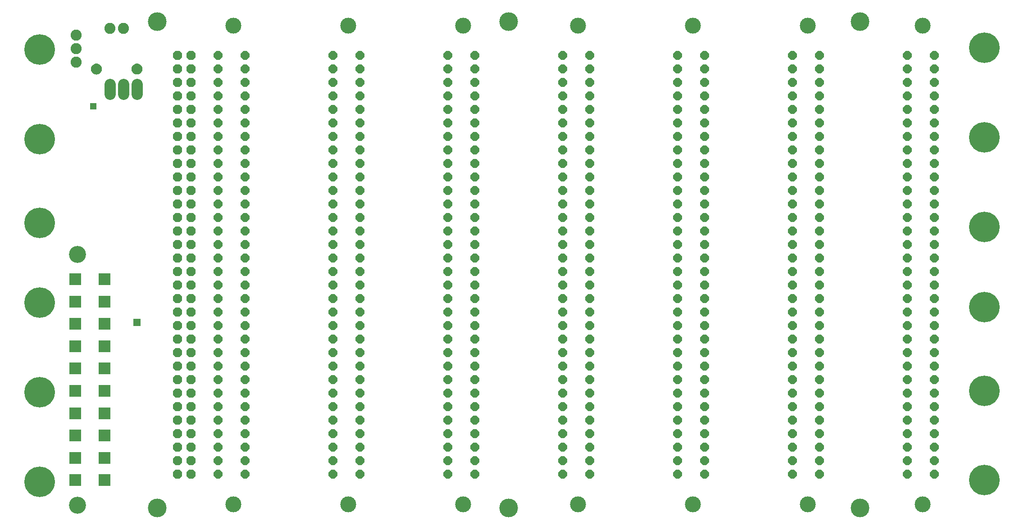
<source format=gbs>
G75*
G70*
%OFA0B0*%
%FSLAX24Y24*%
%IPPOS*%
%LPD*%
%AMOC8*
5,1,8,0,0,1.08239X$1,22.5*
%
%ADD10C,0.2260*%
%ADD11OC8,0.0640*%
%ADD12C,0.1180*%
%ADD13C,0.1380*%
%ADD14OC8,0.0680*%
%ADD15C,0.0820*%
%ADD16C,0.0050*%
%ADD17C,0.0820*%
%ADD18R,0.0907X0.0907*%
%ADD19C,0.1261*%
%ADD20R,0.0555X0.0555*%
%ADD21R,0.0476X0.0476*%
D10*
X001450Y003600D03*
X001450Y010220D03*
X001450Y016860D03*
X001450Y022780D03*
X001450Y028980D03*
X001450Y035600D03*
X071350Y035720D03*
X071350Y029100D03*
X071350Y022460D03*
X071350Y016540D03*
X071350Y010340D03*
X071350Y003720D03*
D11*
X067650Y004160D03*
X065650Y004160D03*
X065650Y005160D03*
X065650Y006160D03*
X067650Y006160D03*
X067650Y005160D03*
X067650Y007160D03*
X067650Y008160D03*
X065650Y008160D03*
X065650Y007160D03*
X065650Y009160D03*
X065650Y010160D03*
X067650Y010160D03*
X067650Y009160D03*
X067650Y011160D03*
X067650Y012160D03*
X065650Y012160D03*
X065650Y011160D03*
X065650Y013160D03*
X067650Y013160D03*
X067650Y014160D03*
X067650Y015160D03*
X065650Y015160D03*
X065650Y014160D03*
X065650Y016160D03*
X065650Y017160D03*
X067650Y017160D03*
X067650Y016160D03*
X067650Y018160D03*
X067650Y019160D03*
X065650Y019160D03*
X065650Y018160D03*
X065650Y020160D03*
X065650Y021160D03*
X067650Y021160D03*
X067650Y020160D03*
X067650Y022160D03*
X067650Y023160D03*
X065650Y023160D03*
X065650Y022160D03*
X065650Y024160D03*
X067650Y024160D03*
X067650Y025160D03*
X067650Y026160D03*
X065650Y026160D03*
X065650Y025160D03*
X065650Y027160D03*
X065650Y028160D03*
X067650Y028160D03*
X067650Y027160D03*
X067650Y029160D03*
X067650Y030160D03*
X065650Y030160D03*
X065650Y029160D03*
X065650Y031160D03*
X065650Y032160D03*
X067650Y032160D03*
X067650Y031160D03*
X067650Y033160D03*
X067650Y034160D03*
X065650Y034160D03*
X065650Y033160D03*
X065650Y035160D03*
X067650Y035160D03*
X059150Y035160D03*
X059150Y034160D03*
X059150Y033160D03*
X059150Y032160D03*
X059150Y031160D03*
X059150Y030160D03*
X059150Y029160D03*
X059150Y028160D03*
X059150Y027160D03*
X059150Y026160D03*
X059150Y025160D03*
X059150Y024160D03*
X059150Y023160D03*
X059150Y022160D03*
X059150Y021160D03*
X059150Y020160D03*
X059150Y019160D03*
X059150Y018160D03*
X059150Y017160D03*
X059150Y016160D03*
X059150Y015160D03*
X059150Y014160D03*
X059150Y013160D03*
X059150Y012160D03*
X059150Y011160D03*
X059150Y010160D03*
X059150Y009160D03*
X059150Y008160D03*
X059150Y007160D03*
X059150Y006160D03*
X059150Y005160D03*
X059150Y004160D03*
X057150Y004160D03*
X057150Y005160D03*
X057150Y006160D03*
X057150Y007160D03*
X057150Y008160D03*
X057150Y009160D03*
X057150Y010160D03*
X057150Y011160D03*
X057150Y012160D03*
X057150Y013160D03*
X057150Y014160D03*
X057150Y015160D03*
X057150Y016160D03*
X057150Y017160D03*
X057150Y018160D03*
X057150Y019160D03*
X057150Y020160D03*
X057150Y021160D03*
X057150Y022160D03*
X057150Y023160D03*
X057150Y024160D03*
X057150Y025160D03*
X057150Y026160D03*
X057150Y027160D03*
X057150Y028160D03*
X057150Y029160D03*
X057150Y030160D03*
X057150Y031160D03*
X057150Y032160D03*
X057150Y033160D03*
X057150Y034160D03*
X057150Y035160D03*
X050650Y035160D03*
X050650Y034160D03*
X050650Y033160D03*
X050650Y032160D03*
X050650Y031160D03*
X050650Y030160D03*
X050650Y029160D03*
X050650Y028160D03*
X050650Y027160D03*
X050650Y026160D03*
X050650Y025160D03*
X050650Y024160D03*
X050650Y023160D03*
X050650Y022160D03*
X050650Y021160D03*
X050650Y020160D03*
X050650Y019160D03*
X050650Y018160D03*
X050650Y017160D03*
X050650Y016160D03*
X050650Y015160D03*
X050650Y014160D03*
X050650Y013160D03*
X050650Y012160D03*
X050650Y011160D03*
X050650Y010160D03*
X050650Y009160D03*
X050650Y008160D03*
X050650Y007160D03*
X050650Y006160D03*
X050650Y005160D03*
X050650Y004160D03*
X048650Y004160D03*
X048650Y005160D03*
X048650Y006160D03*
X048650Y007160D03*
X048650Y008160D03*
X048650Y009160D03*
X048650Y010160D03*
X048650Y011160D03*
X048650Y012160D03*
X048650Y013160D03*
X048650Y014160D03*
X048650Y015160D03*
X048650Y016160D03*
X048650Y017160D03*
X048650Y018160D03*
X048650Y019160D03*
X048650Y020160D03*
X048650Y021160D03*
X048650Y022160D03*
X048650Y023160D03*
X048650Y024160D03*
X048650Y025160D03*
X048650Y026160D03*
X048650Y027160D03*
X048650Y028160D03*
X048650Y029160D03*
X048650Y030160D03*
X048650Y031160D03*
X048650Y032160D03*
X048650Y033160D03*
X048650Y034160D03*
X048650Y035160D03*
X042150Y035160D03*
X040150Y035160D03*
X040150Y034160D03*
X040150Y033160D03*
X042150Y033160D03*
X042150Y034160D03*
X042150Y032160D03*
X042150Y031160D03*
X040150Y031160D03*
X040150Y032160D03*
X040150Y030160D03*
X040150Y029160D03*
X042150Y029160D03*
X042150Y030160D03*
X042150Y028160D03*
X042150Y027160D03*
X040150Y027160D03*
X040150Y028160D03*
X040150Y026160D03*
X040150Y025160D03*
X042150Y025160D03*
X042150Y026160D03*
X042150Y024160D03*
X040150Y024160D03*
X040150Y023160D03*
X040150Y022160D03*
X042150Y022160D03*
X042150Y023160D03*
X042150Y021160D03*
X042150Y020160D03*
X040150Y020160D03*
X040150Y021160D03*
X040150Y019160D03*
X040150Y018160D03*
X042150Y018160D03*
X042150Y019160D03*
X042150Y017160D03*
X042150Y016160D03*
X040150Y016160D03*
X040150Y017160D03*
X040150Y015160D03*
X040150Y014160D03*
X042150Y014160D03*
X042150Y015160D03*
X042150Y013160D03*
X040150Y013160D03*
X040150Y012160D03*
X040150Y011160D03*
X042150Y011160D03*
X042150Y012160D03*
X042150Y010160D03*
X042150Y009160D03*
X040150Y009160D03*
X040150Y010160D03*
X040150Y008160D03*
X040150Y007160D03*
X042150Y007160D03*
X042150Y008160D03*
X042150Y006160D03*
X042150Y005160D03*
X040150Y005160D03*
X040150Y006160D03*
X040150Y004160D03*
X042150Y004160D03*
X033650Y004160D03*
X033650Y005160D03*
X033650Y006160D03*
X033650Y007160D03*
X033650Y008160D03*
X033650Y009160D03*
X033650Y010160D03*
X033650Y011160D03*
X033650Y012160D03*
X033650Y013160D03*
X033650Y014160D03*
X033650Y015160D03*
X033650Y016160D03*
X033650Y017160D03*
X033650Y018160D03*
X033650Y019160D03*
X033650Y020160D03*
X033650Y021160D03*
X033650Y022160D03*
X033650Y023160D03*
X033650Y024160D03*
X033650Y025160D03*
X033650Y026160D03*
X033650Y027160D03*
X033650Y028160D03*
X033650Y029160D03*
X033650Y030160D03*
X033650Y031160D03*
X033650Y032160D03*
X033650Y033160D03*
X033650Y034160D03*
X033650Y035160D03*
X031650Y035160D03*
X031650Y034160D03*
X031650Y033160D03*
X031650Y032160D03*
X031650Y031160D03*
X031650Y030160D03*
X031650Y029160D03*
X031650Y028160D03*
X031650Y027160D03*
X031650Y026160D03*
X031650Y025160D03*
X031650Y024160D03*
X031650Y023160D03*
X031650Y022160D03*
X031650Y021160D03*
X031650Y020160D03*
X031650Y019160D03*
X031650Y018160D03*
X031650Y017160D03*
X031650Y016160D03*
X031650Y015160D03*
X031650Y014160D03*
X031650Y013160D03*
X031650Y012160D03*
X031650Y011160D03*
X031650Y010160D03*
X031650Y009160D03*
X031650Y008160D03*
X031650Y007160D03*
X031650Y006160D03*
X031650Y005160D03*
X031650Y004160D03*
X025150Y004160D03*
X025150Y005160D03*
X025150Y006160D03*
X025150Y007160D03*
X025150Y008160D03*
X025150Y009160D03*
X025150Y010160D03*
X025150Y011160D03*
X025150Y012160D03*
X025150Y013160D03*
X025150Y014160D03*
X025150Y015160D03*
X025150Y016160D03*
X025150Y017160D03*
X025150Y018160D03*
X025150Y019160D03*
X025150Y020160D03*
X025150Y021160D03*
X025150Y022160D03*
X025150Y023160D03*
X025150Y024160D03*
X025150Y025160D03*
X025150Y026160D03*
X025150Y027160D03*
X025150Y028160D03*
X025150Y029160D03*
X025150Y030160D03*
X025150Y031160D03*
X025150Y032160D03*
X025150Y033160D03*
X025150Y034160D03*
X025150Y035160D03*
X023150Y035160D03*
X023150Y034160D03*
X023150Y033160D03*
X023150Y032160D03*
X023150Y031160D03*
X023150Y030160D03*
X023150Y029160D03*
X023150Y028160D03*
X023150Y027160D03*
X023150Y026160D03*
X023150Y025160D03*
X023150Y024160D03*
X023150Y023160D03*
X023150Y022160D03*
X023150Y021160D03*
X023150Y020160D03*
X023150Y019160D03*
X023150Y018160D03*
X023150Y017160D03*
X023150Y016160D03*
X023150Y015160D03*
X023150Y014160D03*
X023150Y013160D03*
X023150Y012160D03*
X023150Y011160D03*
X023150Y010160D03*
X023150Y009160D03*
X023150Y008160D03*
X023150Y007160D03*
X023150Y006160D03*
X023150Y005160D03*
X023150Y004160D03*
X016650Y004160D03*
X014650Y004160D03*
X014650Y005160D03*
X014650Y006160D03*
X016650Y006160D03*
X016650Y005160D03*
X016650Y007160D03*
X016650Y008160D03*
X014650Y008160D03*
X014650Y007160D03*
X014650Y009160D03*
X014650Y010160D03*
X016650Y010160D03*
X016650Y009160D03*
X016650Y011160D03*
X016650Y012160D03*
X014650Y012160D03*
X014650Y011160D03*
X014650Y013160D03*
X016650Y013160D03*
X016650Y014160D03*
X016650Y015160D03*
X014650Y015160D03*
X014650Y014160D03*
X014650Y016160D03*
X014650Y017160D03*
X016650Y017160D03*
X016650Y016160D03*
X016650Y018160D03*
X016650Y019160D03*
X014650Y019160D03*
X014650Y018160D03*
X014650Y020160D03*
X014650Y021160D03*
X016650Y021160D03*
X016650Y020160D03*
X016650Y022160D03*
X016650Y023160D03*
X014650Y023160D03*
X014650Y022160D03*
X014650Y024160D03*
X016650Y024160D03*
X016650Y025160D03*
X016650Y026160D03*
X014650Y026160D03*
X014650Y025160D03*
X014650Y027160D03*
X014650Y028160D03*
X016650Y028160D03*
X016650Y027160D03*
X016650Y029160D03*
X016650Y030160D03*
X014650Y030160D03*
X014650Y029160D03*
X014650Y031160D03*
X014650Y032160D03*
X016650Y032160D03*
X016650Y031160D03*
X016650Y033160D03*
X016650Y034160D03*
X014650Y034160D03*
X014650Y033160D03*
X014650Y035160D03*
X016650Y035160D03*
D12*
X015770Y037380D03*
X024270Y037380D03*
X032770Y037380D03*
X041270Y037380D03*
X049770Y037380D03*
X058270Y037380D03*
X066770Y037380D03*
X066770Y001940D03*
X058270Y001940D03*
X049770Y001940D03*
X041270Y001940D03*
X032770Y001940D03*
X024270Y001940D03*
X015770Y001940D03*
D13*
X010150Y001660D03*
X001450Y003600D03*
X001450Y010220D03*
X001450Y016860D03*
X001450Y022780D03*
X001450Y028980D03*
X001450Y035600D03*
X010150Y037660D03*
X036150Y037660D03*
X062150Y037660D03*
X071350Y035720D03*
X071350Y029100D03*
X071350Y022460D03*
X071350Y016540D03*
X071350Y010340D03*
X071350Y003720D03*
X062150Y001660D03*
X036150Y001660D03*
D14*
X012650Y004160D03*
X011650Y004160D03*
X011650Y005160D03*
X012650Y005160D03*
X012650Y006160D03*
X011650Y006160D03*
X011650Y007160D03*
X012650Y007160D03*
X012650Y008160D03*
X011650Y008160D03*
X011650Y009160D03*
X012650Y009160D03*
X012650Y010160D03*
X011650Y010160D03*
X011650Y011160D03*
X012650Y011160D03*
X012650Y012160D03*
X011650Y012160D03*
X011650Y013160D03*
X012650Y013160D03*
X012650Y014160D03*
X011650Y014160D03*
X011650Y015160D03*
X012650Y015160D03*
X012650Y016160D03*
X011650Y016160D03*
X011650Y017160D03*
X012650Y017160D03*
X012650Y018160D03*
X011650Y018160D03*
X011650Y019160D03*
X012650Y019160D03*
X012650Y020160D03*
X011650Y020160D03*
X011650Y021160D03*
X012650Y021160D03*
X012650Y022160D03*
X011650Y022160D03*
X011650Y023160D03*
X012650Y023160D03*
X012650Y024160D03*
X011650Y024160D03*
X011650Y025160D03*
X012650Y025160D03*
X012650Y026160D03*
X011650Y026160D03*
X011650Y027160D03*
X012650Y027160D03*
X012650Y028160D03*
X011650Y028160D03*
X011650Y029160D03*
X012650Y029160D03*
X012650Y030160D03*
X011650Y030160D03*
X011650Y031160D03*
X012650Y031160D03*
X012650Y032160D03*
X011650Y032160D03*
X011650Y033160D03*
X012650Y033160D03*
X012650Y034160D03*
X011650Y034160D03*
X011650Y035160D03*
X012650Y035160D03*
D15*
X007650Y037160D03*
X006650Y037160D03*
X004150Y036660D03*
X004150Y035660D03*
X004150Y034660D03*
D16*
X005296Y034281D02*
X005324Y034341D01*
X005361Y034396D01*
X005407Y034443D01*
X005461Y034482D01*
X005520Y034511D01*
X005584Y034528D01*
X005650Y034535D01*
X005716Y034528D01*
X005779Y034510D01*
X005839Y034481D01*
X005893Y034443D01*
X005939Y034395D01*
X005976Y034341D01*
X006003Y034280D01*
X006019Y034216D01*
X006024Y034150D01*
X006016Y034078D01*
X005994Y034009D01*
X005960Y033946D01*
X005913Y033890D01*
X005857Y033845D01*
X005793Y033812D01*
X005723Y033791D01*
X005651Y033785D01*
X005579Y033791D01*
X005509Y033811D01*
X005444Y033845D01*
X005387Y033890D01*
X005340Y033946D01*
X005305Y034009D01*
X005283Y034079D01*
X005275Y034151D01*
X005280Y034217D01*
X005296Y034281D01*
X005300Y034289D02*
X005999Y034289D01*
X006013Y034241D02*
X005286Y034241D01*
X005278Y034192D02*
X006021Y034192D01*
X006023Y034144D02*
X005276Y034144D01*
X005281Y034095D02*
X006018Y034095D01*
X006006Y034047D02*
X005293Y034047D01*
X005311Y033998D02*
X005988Y033998D01*
X005962Y033950D02*
X005338Y033950D01*
X005378Y033901D02*
X005922Y033901D01*
X005866Y033853D02*
X005434Y033853D01*
X005533Y033804D02*
X005767Y033804D01*
X005977Y034338D02*
X005322Y034338D01*
X005354Y034386D02*
X005945Y034386D01*
X005900Y034435D02*
X005399Y034435D01*
X005463Y034483D02*
X005835Y034483D01*
X005683Y034532D02*
X005616Y034532D01*
X008283Y034220D02*
X008278Y034154D01*
X008286Y034082D01*
X008308Y034012D01*
X008343Y033949D01*
X008390Y033893D01*
X008447Y033848D01*
X008512Y033814D01*
X008582Y033794D01*
X008654Y033788D01*
X008726Y033794D01*
X008796Y033815D01*
X008860Y033848D01*
X008916Y033893D01*
X008963Y033949D01*
X008997Y034012D01*
X009019Y034081D01*
X009027Y034153D01*
X009022Y034219D01*
X009006Y034283D01*
X008979Y034343D01*
X008942Y034398D01*
X008896Y034446D01*
X008842Y034484D01*
X008782Y034513D01*
X008719Y034531D01*
X008653Y034538D01*
X008587Y034531D01*
X008523Y034514D01*
X008464Y034485D01*
X008410Y034446D01*
X008364Y034399D01*
X008327Y034344D01*
X008299Y034284D01*
X008283Y034220D01*
X008288Y034241D02*
X009017Y034241D01*
X009024Y034192D02*
X008281Y034192D01*
X008279Y034144D02*
X009026Y034144D01*
X009021Y034095D02*
X008285Y034095D01*
X008297Y034047D02*
X009008Y034047D01*
X008990Y033998D02*
X008316Y033998D01*
X008343Y033950D02*
X008963Y033950D01*
X008923Y033901D02*
X008383Y033901D01*
X008441Y033853D02*
X008866Y033853D01*
X008760Y033804D02*
X008547Y033804D01*
X008302Y034289D02*
X009003Y034289D01*
X008982Y034338D02*
X008324Y034338D01*
X008355Y034386D02*
X008950Y034386D01*
X008906Y034435D02*
X008399Y034435D01*
X008461Y034483D02*
X008844Y034483D01*
X008715Y034532D02*
X008589Y034532D01*
D17*
X008650Y033030D02*
X008650Y032290D01*
X007650Y032290D02*
X007650Y033030D01*
X006650Y033030D02*
X006650Y032290D01*
D18*
X006233Y018601D03*
X004067Y018601D03*
X004067Y016947D03*
X006233Y016947D03*
X006233Y015294D03*
X004067Y015294D03*
X004067Y013640D03*
X006233Y013640D03*
X006233Y011987D03*
X004067Y011987D03*
X004067Y010333D03*
X006233Y010333D03*
X006233Y008680D03*
X004067Y008680D03*
X004067Y007026D03*
X006233Y007026D03*
X006233Y005373D03*
X004067Y005373D03*
X004067Y003719D03*
X006233Y003719D03*
D19*
X004248Y001869D03*
X004248Y020451D03*
D20*
X008650Y015410D03*
D21*
X005400Y031410D03*
M02*

</source>
